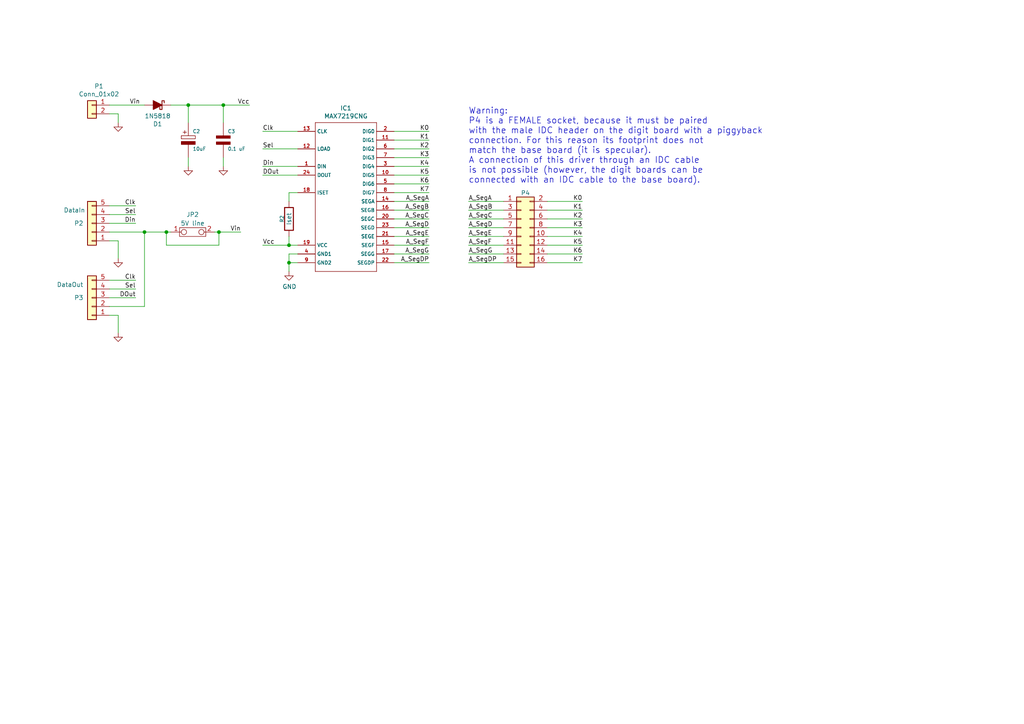
<source format=kicad_sch>
(kicad_sch (version 20211123) (generator eeschema)
  (paper "A4")
  (lib_symbols
    (symbol "Connector_Generic:Conn_01x02" (pin_names hide)
      (property "Reference" "J" (at 0 2.54 0))
      (property "Value" "Conn_01x02" (at 0 -5.08 0))
      (symbol "Conn_01x02_1_1"
        (rectangle (start -1.27 -2.413) (end 0 -2.667))
        (rectangle (start -1.27 0.127) (end 0 -0.127))
        (rectangle (start -1.27 1.27) (end 1.27 -3.81) (stroke (width 0.254)) (fill (type background)))
        (pin passive line (at -5.08 0 0) (length 3.81) (name "Pin_1") (number "1"))
        (pin passive line (at -5.08 -2.54 0) (length 3.81) (name "Pin_2") (number "2"))
      )
    )
    (symbol "Connector_Generic:Conn_01x05" (pin_names hide)
      (property "Reference" "J" (at 0 7.62 0))
      (property "Value" "Conn_01x05" (at 0 -7.62 0))
      (symbol "Conn_01x05_1_1"
        (rectangle (start -1.27 -4.953) (end 0 -5.207))
        (rectangle (start -1.27 -2.413) (end 0 -2.667))
        (rectangle (start -1.27 0.127) (end 0 -0.127))
        (rectangle (start -1.27 2.667) (end 0 2.413))
        (rectangle (start -1.27 5.207) (end 0 4.953))
        (rectangle (start -1.27 6.35) (end 1.27 -6.35) (stroke (width 0.254)) (fill (type background)))
        (pin passive line (at -5.08 5.08 0) (length 3.81) (name "Pin_1") (number "1"))
        (pin passive line (at -5.08 2.54 0) (length 3.81) (name "Pin_2") (number "2"))
        (pin passive line (at -5.08 0 0) (length 3.81) (name "Pin_3") (number "3"))
        (pin passive line (at -5.08 -2.54 0) (length 3.81) (name "Pin_4") (number "4"))
        (pin passive line (at -5.08 -5.08 0) (length 3.81) (name "Pin_5") (number "5"))
      )
    )
    (symbol "Connector_Generic:Conn_02x08_Odd_Even" (pin_names (offset 1.016) hide)
      (property "Reference" "J" (at 1.27 10.16 0))
      (property "Value" "Conn_02x08_Odd_Even" (at 1.27 -12.7 0))
      (symbol "Conn_02x08_Odd_Even_1_1"
        (rectangle (start -1.27 -10.033) (end 0 -10.287) (stroke (width 0.1524)))
        (rectangle (start -1.27 -7.493) (end 0 -7.747) (stroke (width 0.1524)))
        (rectangle (start -1.27 -4.953) (end 0 -5.207) (stroke (width 0.1524)))
        (rectangle (start -1.27 -2.413) (end 0 -2.667) (stroke (width 0.1524)))
        (rectangle (start -1.27 0.127) (end 0 -0.127) (stroke (width 0.1524)))
        (rectangle (start -1.27 2.667) (end 0 2.413) (stroke (width 0.1524)))
        (rectangle (start -1.27 5.207) (end 0 4.953) (stroke (width 0.1524)))
        (rectangle (start -1.27 7.747) (end 0 7.493) (stroke (width 0.1524)))
        (rectangle (start -1.27 8.89) (end 3.81 -11.43) (stroke (width 0.254)) (fill (type background)))
        (rectangle (start 3.81 -10.033) (end 2.54 -10.287) (stroke (width 0.1524)))
        (rectangle (start 3.81 -7.493) (end 2.54 -7.747) (stroke (width 0.1524)))
        (rectangle (start 3.81 -4.953) (end 2.54 -5.207) (stroke (width 0.1524)))
        (rectangle (start 3.81 -2.413) (end 2.54 -2.667) (stroke (width 0.1524)))
        (rectangle (start 3.81 0.127) (end 2.54 -0.127) (stroke (width 0.1524)))
        (rectangle (start 3.81 2.667) (end 2.54 2.413) (stroke (width 0.1524)))
        (rectangle (start 3.81 5.207) (end 2.54 4.953) (stroke (width 0.1524)))
        (rectangle (start 3.81 7.747) (end 2.54 7.493) (stroke (width 0.1524)))
        (pin passive line (at -5.08 7.62 0) (length 3.81) (name "Pin_1") (number "1"))
        (pin passive line (at 7.62 -2.54 180) (length 3.81) (name "Pin_10") (number "10"))
        (pin passive line (at -5.08 -5.08 0) (length 3.81) (name "Pin_11") (number "11"))
        (pin passive line (at 7.62 -5.08 180) (length 3.81) (name "Pin_12") (number "12"))
        (pin passive line (at -5.08 -7.62 0) (length 3.81) (name "Pin_13") (number "13"))
        (pin passive line (at 7.62 -7.62 180) (length 3.81) (name "Pin_14") (number "14"))
        (pin passive line (at -5.08 -10.16 0) (length 3.81) (name "Pin_15") (number "15"))
        (pin passive line (at 7.62 -10.16 180) (length 3.81) (name "Pin_16") (number "16"))
        (pin passive line (at 7.62 7.62 180) (length 3.81) (name "Pin_2") (number "2"))
        (pin passive line (at -5.08 5.08 0) (length 3.81) (name "Pin_3") (number "3"))
        (pin passive line (at 7.62 5.08 180) (length 3.81) (name "Pin_4") (number "4"))
        (pin passive line (at -5.08 2.54 0) (length 3.81) (name "Pin_5") (number "5"))
        (pin passive line (at 7.62 2.54 180) (length 3.81) (name "Pin_6") (number "6"))
        (pin passive line (at -5.08 0 0) (length 3.81) (name "Pin_7") (number "7"))
        (pin passive line (at 7.62 0 180) (length 3.81) (name "Pin_8") (number "8"))
        (pin passive line (at -5.08 -2.54 0) (length 3.81) (name "Pin_9") (number "9"))
      )
    )
    (symbol "Device:D_Schottky_ALT" (pin_numbers hide) (pin_names hide)
      (property "Reference" "D" (at 0 2.54 0))
      (property "Value" "D_Schottky_ALT" (at 0 -2.54 0))
      (symbol "D_Schottky_ALT_0_1"
        (polyline (pts (xy 1.27 0) (xy -1.27 0)))
        (polyline (pts (xy 1.27 1.27) (xy 1.27 -1.27) (xy -1.27 0) (xy 1.27 1.27)) (stroke (width 0.254)) (fill (type outline)))
        (polyline (pts (xy -1.905 0.635) (xy -1.905 1.27) (xy -1.27 1.27) (xy -1.27 -1.27) (xy -0.635 -1.27) (xy -0.635 -0.635)) (stroke (width 0.254)))
      )
      (symbol "D_Schottky_ALT_1_1"
        (pin passive line (at -3.81 0 0) (length 2.54) (name "K") (number "1"))
        (pin passive line (at 3.81 0 180) (length 2.54) (name "A") (number "2"))
      )
    )
    (symbol "GCC_Switches:JUMPER2"
      (property "Reference" "JP" (at 7.62 3.81 0))
      (property "Value" "JUMPER2" (at 7.62 -3.81 0))
      (symbol "JUMPER2_0_1"
        (rectangle (start 2.54 1.27) (end 10.16 -1.27))
        (circle (center 3.81 0) (radius 0.762))
        (circle (center 8.89 0) (radius 0.762))
      )
      (symbol "JUMPER2_1_1"
        (pin passive line (at 0 0 0) (length 3.048) (name "~") (number "1"))
        (pin passive line (at 12.7 0 180) (length 3.048) (name "~") (number "2"))
      )
    )
    (symbol "GCC_device:C" (pin_numbers hide) (pin_names (offset 0.254))
      (property "Reference" "C" (at 1.27 2.54 0))
      (property "Value" "C" (at 1.27 -2.54 0))
      (symbol "C_0_1"
        (rectangle (start -2.032 -0.508) (end 2.032 -1.27) (fill (type outline)))
        (rectangle (start -2.032 1.27) (end 2.032 0.508) (fill (type outline)))
      )
      (symbol "C_1_1"
        (pin passive line (at 0 5.08 270) (length 3.81) (name "~") (number "1"))
        (pin passive line (at 0 -5.08 90) (length 3.81) (name "~") (number "2"))
      )
    )
    (symbol "GCC_device:CP" (pin_numbers hide) (pin_names (offset 0.254) hide)
      (property "Reference" "C" (at 1.27 2.54 0))
      (property "Value" "CP" (at 1.27 -2.54 0))
      (symbol "CP_0_1"
        (rectangle (start -2.032 -0.381) (end 2.032 -1.27) (fill (type outline)))
        (rectangle (start -2.032 1.27) (end 2.032 0.381))
        (polyline (pts (xy -1.524 2.286) (xy -0.508 2.286) (xy -0.508 2.286)))
        (polyline (pts (xy -1.016 2.794) (xy -1.016 1.778) (xy -1.016 2.032)))
      )
      (symbol "CP_1_1"
        (pin passive line (at 0 5.08 270) (length 3.81) (name "~") (number "1"))
        (pin passive line (at 0 -5.08 90) (length 3.81) (name "~") (number "2"))
      )
    )
    (symbol "GCC_device:R" (pin_numbers hide) (pin_names (offset 0))
      (property "Reference" "R" (at 3.302 0 90))
      (property "Value" "R" (at 0 0 90))
      (symbol "R_0_1"
        (rectangle (start -1.27 3.302) (end 1.27 -3.302) (stroke (width 0.3048)))
      )
      (symbol "R_1_1"
        (pin passive line (at 0 5.08 270) (length 1.778) (name "~") (number "1"))
        (pin passive line (at 0 -5.08 90) (length 1.778) (name "~") (number "2"))
      )
    )
    (symbol "GCC_drivers:MAX7219CNG"
      (property "Reference" "IC" (at -10.16 20.955 0))
      (property "Value" "MAX7219CNG" (at -10.16 -25.4 0))
      (symbol "MAX7219CNG_1_0"
        (polyline (pts (xy -10.16 -22.86) (xy 7.62 -22.86)))
        (polyline (pts (xy -10.16 20.32) (xy -10.16 -22.86)))
        (polyline (pts (xy 7.62 -22.86) (xy 7.62 20.32)))
        (polyline (pts (xy 7.62 20.32) (xy -10.16 20.32)))
      )
      (symbol "MAX7219CNG_1_1"
        (pin input line (at -15.24 7.62 0) (length 5.08) (name "DIN") (number "1"))
        (pin output line (at 12.7 5.08 180) (length 5.08) (name "DIG5") (number "10"))
        (pin output line (at 12.7 15.24 180) (length 5.08) (name "DIG1") (number "11"))
        (pin input line (at -15.24 12.7 0) (length 5.08) (name "LOAD") (number "12"))
        (pin input line (at -15.24 17.78 0) (length 5.08) (name "CLK") (number "13"))
        (pin output line (at 12.7 -2.54 180) (length 5.08) (name "SEGA") (number "14"))
        (pin output line (at 12.7 -15.24 180) (length 5.08) (name "SEGF") (number "15"))
        (pin output line (at 12.7 -5.08 180) (length 5.08) (name "SEGB") (number "16"))
        (pin output line (at 12.7 -17.78 180) (length 5.08) (name "SEGG") (number "17"))
        (pin input line (at -15.24 0 0) (length 5.08) (name "ISET") (number "18"))
        (pin power_in line (at -15.24 -15.24 0) (length 5.08) (name "VCC") (number "19"))
        (pin output line (at 12.7 17.78 180) (length 5.08) (name "DIG0") (number "2"))
        (pin output line (at 12.7 -7.62 180) (length 5.08) (name "SEGC") (number "20"))
        (pin output line (at 12.7 -12.7 180) (length 5.08) (name "SEGE") (number "21"))
        (pin output line (at 12.7 -20.32 180) (length 5.08) (name "SEGDP") (number "22"))
        (pin output line (at 12.7 -10.16 180) (length 5.08) (name "SEGD") (number "23"))
        (pin output line (at -15.24 5.08 0) (length 5.08) (name "DOUT") (number "24"))
        (pin output line (at 12.7 7.62 180) (length 5.08) (name "DIG4") (number "3"))
        (pin power_in line (at -15.24 -17.78 0) (length 5.08) (name "GND1") (number "4"))
        (pin output line (at 12.7 2.54 180) (length 5.08) (name "DIG6") (number "5"))
        (pin output line (at 12.7 12.7 180) (length 5.08) (name "DIG2") (number "6"))
        (pin output line (at 12.7 10.16 180) (length 5.08) (name "DIG3") (number "7"))
        (pin output line (at 12.7 0 180) (length 5.08) (name "DIG7") (number "8"))
        (pin power_in line (at -15.24 -20.32 0) (length 5.08) (name "GND2") (number "9"))
      )
    )
    (symbol "power:GND" (power) (pin_names (offset 0))
      (property "Value" "GND" (at 0 -3.81 0))
      (symbol "GND_0_1"
        (polyline (pts (xy 0 0) (xy 0 -1.27) (xy 1.27 -1.27) (xy 0 -2.54) (xy -1.27 -1.27) (xy 0 -1.27)))
      )
      (symbol "GND_1_1"
        (pin power_in line (at 0 0 270) (length 0) hide (name "GND") (number "1"))
      )
    )
  )
  (junction (at 54.61 30.48))
  (junction (at 83.82 71.12))
  (junction (at 41.91 67.31))
  (junction (at 63.5 67.31))
  (junction (at 48.26 67.31))
  (junction (at 64.77 30.48))
  (junction (at 83.82 76.2))
  (wire (pts (xy 64.77 30.48) (xy 72.39 30.48)))
  (wire (pts (xy 114.3 50.8) (xy 124.46 50.8)))
  (wire (pts (xy 48.26 71.12) (xy 63.5 71.12)))
  (wire (pts (xy 31.75 69.85) (xy 34.29 69.85)))
  (wire (pts (xy 114.3 43.18) (xy 124.46 43.18)))
  (wire (pts (xy 41.91 67.31) (xy 41.91 88.9)))
  (wire (pts (xy 124.46 66.04) (xy 114.3 66.04)))
  (wire (pts (xy 39.37 64.77) (xy 31.75 64.77)))
  (wire (pts (xy 83.82 76.2) (xy 83.82 78.74)))
  (wire (pts (xy 135.89 63.5) (xy 146.05 63.5)))
  (wire (pts (xy 76.2 71.12) (xy 83.82 71.12)))
  (wire (pts (xy 83.82 58.42) (xy 83.82 55.88)))
  (wire (pts (xy 31.75 33.02) (xy 34.29 33.02)))
  (wire (pts (xy 158.75 58.42) (xy 168.91 58.42)))
  (wire (pts (xy 135.89 58.42) (xy 146.05 58.42)))
  (wire (pts (xy 34.29 91.44) (xy 34.29 96.52)))
  (wire (pts (xy 124.46 73.66) (xy 114.3 73.66)))
  (wire (pts (xy 135.89 76.2) (xy 146.05 76.2)))
  (wire (pts (xy 63.5 67.31) (xy 69.85 67.31)))
  (wire (pts (xy 124.46 58.42) (xy 114.3 58.42)))
  (wire (pts (xy 76.2 48.26) (xy 86.36 48.26)))
  (wire (pts (xy 158.75 71.12) (xy 168.91 71.12)))
  (wire (pts (xy 135.89 68.58) (xy 146.05 68.58)))
  (wire (pts (xy 83.82 68.58) (xy 83.82 71.12)))
  (wire (pts (xy 124.46 71.12) (xy 114.3 71.12)))
  (wire (pts (xy 124.46 63.5) (xy 114.3 63.5)))
  (wire (pts (xy 39.37 86.36) (xy 31.75 86.36)))
  (wire (pts (xy 158.75 60.96) (xy 168.91 60.96)))
  (wire (pts (xy 31.75 88.9) (xy 41.91 88.9)))
  (wire (pts (xy 83.82 55.88) (xy 86.36 55.88)))
  (wire (pts (xy 76.2 43.18) (xy 86.36 43.18)))
  (wire (pts (xy 41.91 67.31) (xy 48.26 67.31)))
  (wire (pts (xy 48.26 67.31) (xy 49.53 67.31)))
  (wire (pts (xy 63.5 71.12) (xy 63.5 67.31)))
  (wire (pts (xy 49.53 30.48) (xy 54.61 30.48)))
  (wire (pts (xy 114.3 38.1) (xy 124.46 38.1)))
  (wire (pts (xy 124.46 60.96) (xy 114.3 60.96)))
  (wire (pts (xy 124.46 76.2) (xy 114.3 76.2)))
  (wire (pts (xy 76.2 50.8) (xy 86.36 50.8)))
  (wire (pts (xy 135.89 66.04) (xy 146.05 66.04)))
  (wire (pts (xy 135.89 60.96) (xy 146.05 60.96)))
  (wire (pts (xy 48.26 67.31) (xy 48.26 71.12)))
  (wire (pts (xy 54.61 30.48) (xy 54.61 35.56)))
  (wire (pts (xy 124.46 68.58) (xy 114.3 68.58)))
  (wire (pts (xy 39.37 62.23) (xy 31.75 62.23)))
  (wire (pts (xy 34.29 33.02) (xy 34.29 35.56)))
  (wire (pts (xy 83.82 71.12) (xy 86.36 71.12)))
  (wire (pts (xy 54.61 30.48) (xy 64.77 30.48)))
  (wire (pts (xy 135.89 71.12) (xy 146.05 71.12)))
  (wire (pts (xy 114.3 45.72) (xy 124.46 45.72)))
  (wire (pts (xy 86.36 76.2) (xy 83.82 76.2)))
  (wire (pts (xy 83.82 73.66) (xy 83.82 76.2)))
  (wire (pts (xy 76.2 38.1) (xy 86.36 38.1)))
  (wire (pts (xy 86.36 73.66) (xy 83.82 73.66)))
  (wire (pts (xy 114.3 53.34) (xy 124.46 53.34)))
  (wire (pts (xy 64.77 45.72) (xy 64.77 48.26)))
  (wire (pts (xy 31.75 67.31) (xy 41.91 67.31)))
  (wire (pts (xy 158.75 68.58) (xy 168.91 68.58)))
  (wire (pts (xy 158.75 73.66) (xy 168.91 73.66)))
  (wire (pts (xy 158.75 66.04) (xy 168.91 66.04)))
  (wire (pts (xy 31.75 30.48) (xy 41.91 30.48)))
  (wire (pts (xy 158.75 63.5) (xy 168.91 63.5)))
  (wire (pts (xy 135.89 73.66) (xy 146.05 73.66)))
  (wire (pts (xy 62.23 67.31) (xy 63.5 67.31)))
  (wire (pts (xy 54.61 45.72) (xy 54.61 48.26)))
  (wire (pts (xy 114.3 40.64) (xy 124.46 40.64)))
  (wire (pts (xy 39.37 83.82) (xy 31.75 83.82)))
  (wire (pts (xy 158.75 76.2) (xy 168.91 76.2)))
  (wire (pts (xy 114.3 48.26) (xy 124.46 48.26)))
  (wire (pts (xy 34.29 69.85) (xy 34.29 74.93)))
  (wire (pts (xy 114.3 55.88) (xy 124.46 55.88)))
  (wire (pts (xy 39.37 81.28) (xy 31.75 81.28)))
  (wire (pts (xy 31.75 91.44) (xy 34.29 91.44)))
  (wire (pts (xy 39.37 59.69) (xy 31.75 59.69)))
  (wire (pts (xy 64.77 30.48) (xy 64.77 35.56)))
  (text "Warning:\nP4 is a FEMALE socket, because it must be paired\nwith the male IDC header on the digit board with a piggyback\nconnection. For this reason its footprint does not\nmatch the base board (it is specular).\nA connection of this driver through an IDC cable\nis not possible (however, the digit boards can be \nconnected with an IDC cable to the base board)." (at 135.89 53.34 0) (effects (font (size 1.778 1.778)) (justify left bottom)))
  (label "K6" (at 168.91 73.66 180))
  (label "Clk" (at 39.37 81.28 180))
  (label "A_SegE" (at 124.46 68.58 180))
  (label "Sel" (at 39.37 83.82 180))
  (label "K6" (at 124.46 53.34 180))
  (label "K3" (at 124.46 45.72 180))
  (label "A_SegD" (at 135.89 66.04 0))
  (label "K5" (at 168.91 71.12 180))
  (label "A_SegD" (at 124.46 66.04 180))
  (label "A_SegG" (at 135.89 73.66 0))
  (label "K0" (at 168.91 58.42 180))
  (label "DOut" (at 76.2 50.8 0))
  (label "A_SegA" (at 124.46 58.42 180))
  (label "A_SegE" (at 135.89 68.58 0))
  (label "Vcc" (at 72.39 30.48 180))
  (label "K5" (at 124.46 50.8 180))
  (label "K2" (at 124.46 43.18 180))
  (label "K7" (at 168.91 76.2 180))
  (label "K3" (at 168.91 66.04 180))
  (label "K4" (at 168.91 68.58 180))
  (label "A_SegC" (at 135.89 63.5 0))
  (label "A_SegB" (at 135.89 60.96 0))
  (label "K7" (at 124.46 55.88 180))
  (label "A_SegC" (at 124.46 63.5 180))
  (label "K2" (at 168.91 63.5 180))
  (label "A_SegDP" (at 124.46 76.2 180))
  (label "A_SegF" (at 124.46 71.12 180))
  (label "Vin" (at 69.85 67.31 180))
  (label "A_SegA" (at 135.89 58.42 0))
  (label "K0" (at 124.46 38.1 180))
  (label "A_SegB" (at 124.46 60.96 180))
  (label "A_SegF" (at 135.89 71.12 0))
  (label "K4" (at 124.46 48.26 180))
  (label "Din" (at 76.2 48.26 0))
  (label "Sel" (at 76.2 43.18 0))
  (label "Sel" (at 39.37 62.23 180))
  (label "K1" (at 168.91 60.96 180))
  (label "Vcc" (at 76.2 71.12 0))
  (label "Clk" (at 39.37 59.69 180))
  (label "Clk" (at 76.2 38.1 0))
  (label "K1" (at 124.46 40.64 180))
  (label "A_SegG" (at 124.46 73.66 180))
  (label "A_SegDP" (at 135.89 76.2 0))
  (label "DOut" (at 39.37 86.36 180))
  (label "Vin" (at 40.64 30.48 180))
  (label "Din" (at 39.37 64.77 180))
  (symbol (lib_id "power:GND") (at 83.82 78.74 0) (unit 1)
    (property "Reference" "#PWR02" (effects hide))
    (property "Value" "GND" (at 83.947 83.1342 0))
  )
  (symbol (lib_id "Connector_Generic:Conn_01x05") (at 26.67 64.77 180) (unit 1)
    (property "Reference" "P2" (at 22.86 64.77 0))
    (property "Value" "DataIn" (at 21.59 60.96 0))
    (property "Footprint" "Connector_JST:JST_XH_B5B-XH-A_1x05_P2.50mm_Vertical" (effects hide))
  )
  (symbol (lib_id "power:GND") (at 34.29 74.93 0) (unit 1)
    (property "Reference" "#PWR03" (effects hide))
    (property "Value" "GND" (effects hide))
    (property "Source" "ANY" (effects hide))
    (property "Critical" "N" (effects hide))
  )
  (symbol (lib_id "power:GND") (at 34.29 96.52 0) (unit 1)
    (property "Reference" "#PWR011" (effects hide))
    (property "Value" "GND" (effects hide))
    (property "Source" "ANY" (effects hide))
    (property "Critical" "N" (effects hide))
  )
  (symbol (lib_id "Connector_Generic:Conn_01x05") (at 26.67 86.36 180) (unit 1)
    (property "Reference" "P3" (at 22.86 86.36 0))
    (property "Value" "DataOut" (at 20.32 82.55 0))
    (property "Footprint" "Connector_JST:JST_XH_B5B-XH-A_1x05_P2.50mm_Vertical" (effects hide))
  )
  (symbol (lib_id "GCC_Switches:JUMPER2") (at 49.53 67.31 0) (unit 1)
    (property "Reference" "JP2" (at 55.88 62.23 0))
    (property "Value" "5V line" (at 55.88 64.77 0))
    (property "Footprint" "Jumper:SolderJumper-2_P1.3mm_Bridged_Pad1.0x1.5mm" (effects hide))
  )
  (symbol (lib_id "GCC_drivers:MAX7219CNG") (at 101.6 55.88 0) (unit 1)
    (property "Reference" "IC1" (at 100.33 31.369 0))
    (property "Value" "MAX7219CNG" (at 100.33 33.6804 0))
    (property "Footprint" "Package_DIP:DIP-24_W7.62mm_Socket" (effects hide))
  )
  (symbol (lib_id "GCC_device:R") (at 83.82 63.5 180) (unit 1)
    (property "Reference" "R2" (at 81.788 63.5 90) (effects (font (size 1.016 1.016))))
    (property "Value" "Iset" (at 83.82 63.5 90))
    (property "Footprint" "Resistor_THT:R_Axial_DIN0207_L6.3mm_D2.5mm_P10.16mm_Horizontal" (effects hide))
    (property "Characteristics" "RESISTOR, METAL GLAZE/THICK FILM, 0.125W, 1%" (effects hide))
  )
  (symbol (lib_id "GCC_device:C") (at 64.77 40.64 0) (unit 1)
    (property "Reference" "C3" (at 66.04 38.1 0) (effects (font (size 1.016 1.016)) (justify left)))
    (property "Value" "0.1 uF" (at 66.04 43.18 0) (effects (font (size 1.016 1.016)) (justify left)))
    (property "Footprint" "Capacitor_SMD:C_1206_3216Metric_Pad1.42x1.75mm_HandSolder" (effects hide))
    (property "Characteristics" "CAPACITOR, CERAMIC, MULTILAYER, 100 V, X7R, 0.1 uF, SURFACE MOUNT, 0805, CHIP, ROHS COMPLIANT" (effects hide))
  )
  (symbol (lib_id "power:GND") (at 34.29 35.56 0) (unit 1)
    (property "Reference" "#PWR04" (effects hide))
    (property "Value" "GND" (effects hide))
    (property "Source" "ANY" (effects hide))
    (property "Critical" "N" (effects hide))
  )
  (symbol (lib_id "power:GND") (at 54.61 48.26 0) (unit 1)
    (property "Reference" "#PWR08" (effects hide))
    (property "Value" "GND" (effects hide))
    (property "Source" "ANY" (effects hide))
    (property "Critical" "N" (effects hide))
  )
  (symbol (lib_id "power:GND") (at 64.77 48.26 0) (unit 1)
    (property "Reference" "#PWR09" (effects hide))
    (property "Value" "GND" (effects hide))
    (property "Source" "ANY" (effects hide))
    (property "Critical" "N" (effects hide))
  )
  (symbol (lib_id "GCC_device:CP") (at 54.61 40.64 0) (unit 1)
    (property "Reference" "C2" (at 55.88 38.1 0) (effects (font (size 1.016 1.016)) (justify left)))
    (property "Value" "10uF" (at 55.88 43.18 0) (effects (font (size 1.016 1.016)) (justify left)))
    (property "Footprint" "Capacitor_THT:CP_Radial_D5.0mm_P2.50mm" (effects hide))
    (property "Characteristics" "CAPACITOR, ALUMINUM ELECTROLYTIC, NON SOLID, POLARIZED, 50 V, 47 uF, SURFACE MOUNT, 3131, CHIP, ROHS COMPLIANT" (effects hide))
    (property "Notes" "ESR between 0.33Ω and 22Ω" (effects hide))
  )
  (symbol (lib_id "Device:D_Schottky_ALT") (at 45.72 30.48 0) (mirror y) (unit 1)
    (property "Reference" "D1" (at 45.72 35.9664 0))
    (property "Value" "1N5818" (at 45.72 33.655 0))
    (property "Footprint" "Diode_SMD:D_SMA_Handsoldering" (effects hide))
  )
  (symbol (lib_id "Connector_Generic:Conn_01x02") (at 26.67 30.48 0) (mirror y) (unit 1)
    (property "Reference" "P1" (at 28.702 24.9998 0))
    (property "Value" "Conn_01x02" (at 28.702 27.2985 0))
    (property "Footprint" "Connector_PinHeader_2.54mm:PinHeader_1x02_P2.54mm_Vertical" (effects hide))
  )
  (symbol (lib_id "Connector_Generic:Conn_02x08_Odd_Even") (at 151.13 66.04 0) (unit 1)
    (property "Reference" "P4" (at 152.4 55.9872 0))
    (property "Value" "Conn_02x08_Odd_Even" (effects hide))
    (property "Footprint" "Connector_PinSocket_2.54mm:PinSocket_2x08_P2.54mm_Vertical" (effects hide))
  )
)
</source>
